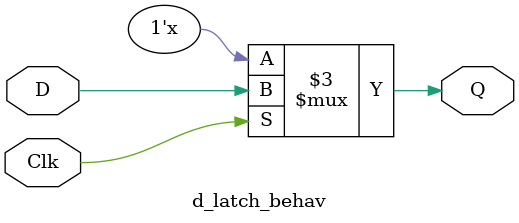
<source format=v>
module d_latch_behav(input D, input Clk, output reg Q);
  always @ (D, Clk) if (Clk) Q = D;
endmodule
</source>
